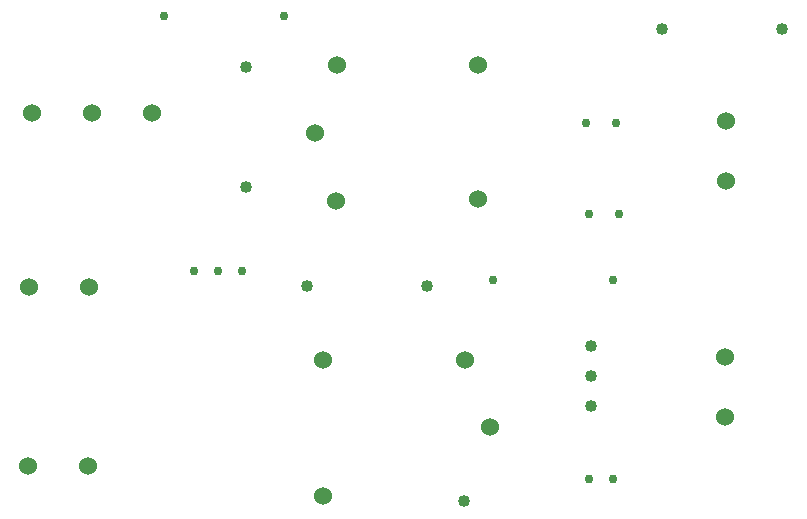
<source format=gbr>
G04 PROTEUS GERBER X2 FILE*
%TF.GenerationSoftware,Labcenter,Proteus,8.13-SP0-Build31525*%
%TF.CreationDate,2024-10-30T04:27:48+00:00*%
%TF.FileFunction,Plated,1,2,PTH*%
%TF.FilePolarity,Positive*%
%TF.Part,Single*%
%TF.SameCoordinates,{7e0819cd-3aa5-4556-a237-21aa8943194a}*%
%FSLAX45Y45*%
%MOMM*%
G01*
%TA.AperFunction,ComponentDrill*%
%ADD56C,1.524000*%
%ADD57C,1.016000*%
%ADD58C,0.762000*%
%ADD59C,0.750000*%
%TD.AperFunction*%
D56*
X+1630000Y+2390000D03*
X+1122000Y+2390000D03*
X+1620000Y+870000D03*
X+1112000Y+870000D03*
D57*
X+2960000Y+3234000D03*
X+2960000Y+4250000D03*
D56*
X+3730000Y+4270000D03*
X+3720000Y+3120000D03*
X+3540000Y+3690000D03*
X+4920000Y+4270000D03*
X+4920000Y+3130000D03*
D58*
X+6090000Y+3780000D03*
X+5836000Y+3780000D03*
X+6110000Y+3010000D03*
X+5856000Y+3010000D03*
D57*
X+3474000Y+2400000D03*
X+4490000Y+2400000D03*
X+4800000Y+580000D03*
D56*
X+4810000Y+1770000D03*
X+5020000Y+1200000D03*
X+3610000Y+620000D03*
X+3610000Y+1770000D03*
X+7010000Y+1800000D03*
X+7010000Y+1292000D03*
D58*
X+2516800Y+2520000D03*
X+2720000Y+2520000D03*
X+2923200Y+2520000D03*
D56*
X+7020000Y+3790000D03*
X+7020000Y+3282000D03*
D57*
X+6474000Y+4570000D03*
X+7490000Y+4570000D03*
D56*
X+1140000Y+3860000D03*
X+1648000Y+3860000D03*
X+2156000Y+3860000D03*
D58*
X+5050000Y+2450000D03*
X+6066000Y+2450000D03*
X+3280000Y+4680000D03*
X+2264000Y+4680000D03*
D57*
X+5880000Y+1890000D03*
X+5880000Y+1636000D03*
X+5880000Y+1382000D03*
D59*
X+6060000Y+760000D03*
X+5860000Y+760000D03*
M02*

</source>
